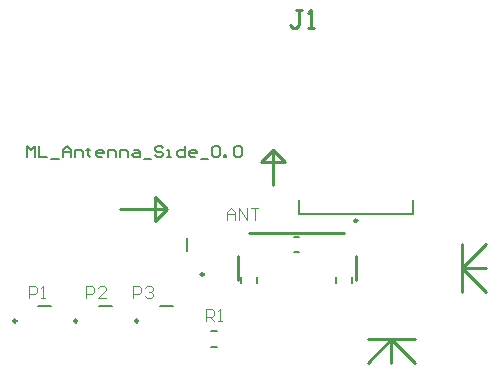
<source format=gbr>
G04*
G04 #@! TF.GenerationSoftware,Altium Limited,Altium Designer,24.6.1 (21)*
G04*
G04 Layer_Color=65535*
%FSLAX25Y25*%
%MOIN*%
G70*
G04*
G04 #@! TF.SameCoordinates,848F02FD-2630-40CC-A56B-9648625414CD*
G04*
G04*
G04 #@! TF.FilePolarity,Positive*
G04*
G01*
G75*
%ADD10C,0.00984*%
%ADD11C,0.01000*%
%ADD12C,0.00787*%
%ADD13C,0.00394*%
%ADD14C,0.00803*%
D10*
X61319Y13878D02*
G03*
X61319Y13878I-492J0D01*
G01*
X41020D02*
G03*
X41020Y13878I-492J0D01*
G01*
X20722D02*
G03*
X20722Y13878I-492J0D01*
G01*
X134350Y47343D02*
G03*
X134350Y47343I-492J0D01*
G01*
X83169Y29331D02*
G03*
X83169Y29331I-492J0D01*
G01*
D11*
X133858Y27559D02*
Y35433D01*
X94488Y27559D02*
Y35433D01*
X98425Y43307D02*
X129921D01*
X106299Y70866D02*
X110236Y66929D01*
X102362D02*
X110236D01*
X102362D02*
X106299Y70866D01*
Y59055D02*
Y70866D01*
X66929Y47244D02*
X70866Y51181D01*
X66929Y47244D02*
Y55118D01*
X70866Y51181D01*
X55118D02*
X70866D01*
X145669Y7874D02*
X153543Y0D01*
X137795D02*
X145669Y7874D01*
X137795Y0D02*
X145669Y7874D01*
X169291Y31496D02*
X177165Y23622D01*
X169291Y31496D02*
X177165Y39370D01*
X169291Y31496D02*
X177165D01*
X169291D02*
X177165D01*
X169291Y23622D02*
Y31496D01*
X137795Y7874D02*
X145669D01*
X153543D01*
X169291Y31496D02*
Y39370D01*
X145669Y0D02*
Y7874D01*
X116088Y117612D02*
X114089D01*
X115089D01*
Y112614D01*
X114089Y111614D01*
X113089D01*
X112090Y112614D01*
X118088Y111614D02*
X120087D01*
X119088D01*
Y117612D01*
X118088Y116613D01*
D12*
X85728Y5217D02*
X87500D01*
X85728Y10531D02*
X87500D01*
X68701Y18996D02*
X73032D01*
X48402D02*
X52733D01*
X28104D02*
X32434D01*
X132579Y26673D02*
Y28445D01*
X127264Y26673D02*
Y28445D01*
X113287Y36713D02*
X115059D01*
X113287Y42028D02*
X115059D01*
X114858Y49640D02*
X152858D01*
Y54364D01*
X114858Y49640D02*
Y54364D01*
X101083Y26673D02*
Y28445D01*
X95768Y26673D02*
Y28445D01*
X77559Y37205D02*
Y41535D01*
D13*
X90945Y47638D02*
Y50262D01*
X92257Y51573D01*
X93569Y50262D01*
Y47638D01*
Y49606D01*
X90945D01*
X94881Y47638D02*
Y51573D01*
X97504Y47638D01*
Y51573D01*
X98816D02*
X101440D01*
X100128D01*
Y47638D01*
X83990Y13780D02*
Y17716D01*
X85958D01*
X86614Y17060D01*
Y15748D01*
X85958Y15092D01*
X83990D01*
X85302D02*
X86614Y13780D01*
X87926D02*
X89238D01*
X88582D01*
Y17716D01*
X87926Y17060D01*
X59712Y21654D02*
Y25590D01*
X61680D01*
X62336Y24934D01*
Y23622D01*
X61680Y22966D01*
X59712D01*
X63648Y24934D02*
X64304Y25590D01*
X65616D01*
X66272Y24934D01*
Y24278D01*
X65616Y23622D01*
X64960D01*
X65616D01*
X66272Y22966D01*
Y22310D01*
X65616Y21654D01*
X64304D01*
X63648Y22310D01*
X43964Y21654D02*
Y25590D01*
X45932D01*
X46588Y24934D01*
Y23622D01*
X45932Y22966D01*
X43964D01*
X50524Y21654D02*
X47900D01*
X50524Y24278D01*
Y24934D01*
X49868Y25590D01*
X48556D01*
X47900Y24934D01*
X24935Y21654D02*
Y25590D01*
X26903D01*
X27559Y24934D01*
Y23622D01*
X26903Y22966D01*
X24935D01*
X28871Y21654D02*
X30183D01*
X29527D01*
Y25590D01*
X28871Y24934D01*
D14*
X24425Y68388D02*
Y72324D01*
X25737Y71012D01*
X27049Y72324D01*
Y68388D01*
X28361Y72324D02*
Y68388D01*
X30985D01*
X32297Y67732D02*
X34920D01*
X36232Y68388D02*
Y71012D01*
X37544Y72324D01*
X38856Y71012D01*
Y68388D01*
Y70356D01*
X36232D01*
X40168Y68388D02*
Y71012D01*
X42136D01*
X42792Y70356D01*
Y68388D01*
X44760Y71668D02*
Y71012D01*
X44104D01*
X45416D01*
X44760D01*
Y69044D01*
X45416Y68388D01*
X49352D02*
X48040D01*
X47384Y69044D01*
Y70356D01*
X48040Y71012D01*
X49352D01*
X50007Y70356D01*
Y69700D01*
X47384D01*
X51319Y68388D02*
Y71012D01*
X53287D01*
X53943Y70356D01*
Y68388D01*
X55255D02*
Y71012D01*
X57223D01*
X57879Y70356D01*
Y68388D01*
X59847Y71012D02*
X61159D01*
X61815Y70356D01*
Y68388D01*
X59847D01*
X59191Y69044D01*
X59847Y69700D01*
X61815D01*
X63127Y67732D02*
X65750D01*
X69686Y71668D02*
X69030Y72324D01*
X67718D01*
X67062Y71668D01*
Y71012D01*
X67718Y70356D01*
X69030D01*
X69686Y69700D01*
Y69044D01*
X69030Y68388D01*
X67718D01*
X67062Y69044D01*
X70998Y68388D02*
X72310D01*
X71654D01*
Y71012D01*
X70998D01*
X76902Y72324D02*
Y68388D01*
X74934D01*
X74278Y69044D01*
Y70356D01*
X74934Y71012D01*
X76902D01*
X80181Y68388D02*
X78870D01*
X78214Y69044D01*
Y70356D01*
X78870Y71012D01*
X80181D01*
X80837Y70356D01*
Y69700D01*
X78214D01*
X82149Y67732D02*
X84773D01*
X86085Y71668D02*
X86741Y72324D01*
X88053D01*
X88709Y71668D01*
Y69044D01*
X88053Y68388D01*
X86741D01*
X86085Y69044D01*
Y71668D01*
X90021Y68388D02*
Y69044D01*
X90677D01*
Y68388D01*
X90021D01*
X93301Y71668D02*
X93957Y72324D01*
X95268D01*
X95924Y71668D01*
Y69044D01*
X95268Y68388D01*
X93957D01*
X93301Y69044D01*
Y71668D01*
M02*

</source>
